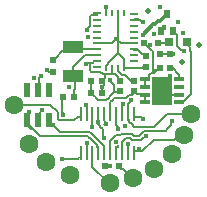
<source format=gtl>
%FSTAX23Y23*%
%MOIN*%
%SFA1B1*%

%IPPOS*%
%ADD15C,0.006000*%
%ADD16R,0.021650X0.021650*%
%ADD17R,0.033470X0.013780*%
%ADD18R,0.066930X0.096460*%
%ADD19R,0.018900X0.025390*%
%ADD20R,0.023620X0.047240*%
%ADD21R,0.070870X0.039370*%
%ADD22R,0.024410X0.023620*%
%ADD23R,0.023620X0.024410*%
%ADD24R,0.009840X0.047240*%
%ADD25R,0.026570X0.009840*%
%ADD26R,0.009840X0.022640*%
%ADD27R,0.021650X0.021650*%
%ADD28R,0.031500X0.031500*%
%ADD44C,0.008000*%
%ADD45C,0.012000*%
%ADD46C,0.019490*%
%ADD47C,0.017720*%
%ADD48C,0.062990*%
%LNkoosh_sd_card_base_v1_1-1*%
%LPD*%
G54D15*
X005Y00516D02*
Y00519D01*
X00497Y00512D02*
X005Y00516D01*
X00429Y00535D02*
X0043D01*
X00398Y00543D02*
X0042D01*
X00429Y00535*
X004Y00545D02*
X00416D01*
X00398Y00543D02*
X004Y00545D01*
X00359Y00231D02*
X0036Y00232D01*
Y00263D02*
X00361Y00264D01*
X0036Y00232D02*
Y00263D01*
X0028Y002D02*
X0028Y002D01*
Y00204*
X0028Y00197D02*
X00287Y0019D01*
X0028Y00197D02*
Y002D01*
X0026Y00186D02*
X0026Y00185D01*
X0026Y00231D02*
X0026Y00231D01*
X0026Y00186D02*
Y00231D01*
X00295Y00155D02*
X00298Y00151D01*
D01*
X00295Y00155D02*
Y00179D01*
X00287Y00187D02*
X00295Y00179D01*
X00287Y00187D02*
Y0019D01*
X0016Y00081D02*
X00196D01*
X00197Y0008*
X00212*
X00217Y00085*
X00145Y00213D02*
Y00235D01*
X0012Y0026D02*
X00145Y00235D01*
X00148Y0021D02*
X00155D01*
X00156Y00208*
X00198*
X00211Y00221*
X00382Y00027D02*
X00395D01*
X00348Y00055D02*
X00355Y00047D01*
X00362*
X00382Y00027*
X0026Y00054D02*
X00315Y0D01*
X0032*
X00497Y00512D02*
X00503D01*
X00485Y00428D02*
X0052D01*
X00014Y0026D02*
X0012D01*
X00145Y00213D02*
X00148Y0021D01*
X00221Y00223D02*
Y00231D01*
X00219Y00221D02*
X00221Y00223D01*
X00211Y00221D02*
X00219D01*
X0026Y00054D02*
Y00098D01*
G54D16*
X00302Y00055D03*
X00348D03*
X00352Y0034D03*
X00398D03*
X00432Y00466D03*
X00478D03*
X00352Y00305D03*
X00398D03*
G54D17*
X00435Y00345D03*
Y0032D03*
Y00294D03*
Y00268D03*
X0055D03*
Y00294D03*
Y0032D03*
Y00345D03*
G54D18*
X00492Y00307D03*
G54D19*
X0049Y00505D03*
X00529D03*
X0051Y00564D03*
G54D20*
X00042Y00309D03*
X0008D03*
X00117D03*
Y0021D03*
X0008D03*
X00042D03*
G54D21*
X00195Y00454D03*
Y00355D03*
G54D22*
X0013Y00371D03*
Y00408D03*
X0044Y00386D03*
Y00423D03*
G54D23*
X00256Y0034D03*
X00293D03*
X00161Y00285D03*
X00198D03*
X00256Y003D03*
X00293D03*
G54D24*
X00221Y00098D03*
Y00231D03*
X00241Y00098D03*
Y00231D03*
X0026Y00098D03*
Y00231D03*
X0028Y00098D03*
Y00231D03*
X003Y00098D03*
Y00231D03*
X00319Y00098D03*
Y00231D03*
X00339Y00098D03*
Y00231D03*
X00359Y00098D03*
Y00231D03*
X00378Y00098D03*
Y00231D03*
X00398Y00098D03*
Y00231D03*
G54D25*
X00275Y00386D03*
X00398Y00383D03*
Y00406D03*
Y00425D03*
Y00445D03*
Y00465D03*
Y00484D03*
Y00504D03*
Y00524D03*
Y00543D03*
Y00564D03*
X00275Y00566D03*
Y00543D03*
Y00524D03*
Y00504D03*
Y00484D03*
Y00465D03*
Y00445D03*
Y00425D03*
Y00406D03*
G54D26*
X00307Y00383D03*
X00327D03*
X00346D03*
X00366D03*
Y00566D03*
X00346D03*
X00327D03*
X00307D03*
G54D27*
X0052Y00428D03*
Y00382D03*
X00485Y00428D03*
Y00382D03*
G54D28*
X00574Y0047D03*
X00515D03*
G54D44*
X00345Y0018D02*
Y00185D01*
X00345Y00186*
X00354Y00162D02*
X00393D01*
X00352Y00161D02*
X00354Y00162D01*
X00339Y00161D02*
X00352D01*
X00319Y00141D02*
X00339Y00161D01*
X0045Y00458D02*
X00452Y0046D01*
X00325Y00465D02*
X0034Y0048D01*
X00345Y00485*
X00346Y00473D02*
Y00566D01*
X00449Y00449D02*
X00454Y00444D01*
X00432Y00466D02*
X00445Y00453D01*
X0045Y00449D02*
Y00458D01*
X00449Y00449D02*
X0045Y00449D01*
X0039Y00272D02*
Y00275D01*
X00379Y00234D02*
Y00256D01*
X0038Y00256*
X00378Y00232D02*
X00379Y00234D01*
X0038Y00256D02*
Y00262D01*
X0039Y00272*
X00372Y00284D02*
X00381Y00293D01*
X00391*
X00398Y003*
X00334Y00284D02*
X00372D01*
X00339Y00193D02*
X00345Y00186D01*
X00273Y00149D02*
X00299Y00124D01*
X00273Y00149D02*
D01*
X00257Y00165D02*
X00273Y00149D01*
X00251Y00151D02*
X00259Y00143D01*
D01*
X00275Y00127D01*
Y00121D02*
Y00127D01*
X00244Y00155D02*
X00248Y00151D01*
X00251*
X00254Y00165D02*
X00257D01*
X00249Y0017D02*
X00254Y00165D01*
X00243Y00132D02*
Y00133D01*
X00086Y00155D02*
X00244D01*
X00153Y0017D02*
X00249D01*
X00319Y00098D02*
Y00141D01*
X00241Y00098D02*
Y00135D01*
X00061Y0018D02*
X00086Y00155D01*
X00241Y00135D02*
X00243Y00133D01*
X0013Y00193D02*
X00153Y0017D01*
X00125Y00193D02*
X0013D01*
X00415Y00114D02*
X00416Y00113D01*
Y00106D02*
Y00113D01*
X00404Y00105D02*
X00415D01*
X00299Y00098D02*
Y00124D01*
X00161Y00228D02*
X00163Y00226D01*
X00399Y00187D02*
X00453D01*
X00392Y00195D02*
X00399Y00187D01*
X00392Y00195D02*
X00392D01*
X00383Y00204D02*
X00392Y00195D01*
X00383Y00204D02*
Y00208D01*
X00379Y00212D02*
X00383Y00208D01*
X004Y00218D02*
X00424D01*
X00399Y00217D02*
X004Y00218D01*
X00398Y00218D02*
X00399Y00217D01*
X00398Y00218D02*
Y00231D01*
X00372Y00148D02*
X00387D01*
X00359Y00136D02*
X00372Y00148D01*
X00378Y00128D02*
X0038Y0013D01*
X00421Y00143D02*
X00431Y00153D01*
X00393Y00143D02*
X00421D01*
X00387Y00148D02*
X00393Y00143D01*
X00415Y00157D02*
X00432Y00173D01*
X00399Y00157D02*
X00415D01*
X00393Y00162D02*
X00399Y00157D01*
X00438Y00153D02*
X0044Y00155D01*
X00278Y00276D02*
X00307D01*
X00271Y00283D02*
X00278Y00276D01*
X00271Y00283D02*
Y00287D01*
X00266Y00291D02*
X00271Y00287D01*
X00359Y00127D02*
Y00136D01*
X00257Y00558D02*
X00275D01*
X00426Y00106D02*
X00464Y00144D01*
X00431Y00153D02*
X00438D01*
X00415Y00105D02*
X00416Y00106D01*
X00279Y00098D02*
Y00117D01*
X00275Y00121D02*
X00279Y00117D01*
X00464Y00144D02*
X00533D01*
X00416Y00106D02*
X00426D01*
X00549Y0016D02*
X00553D01*
X00533Y00144D02*
X00549Y0016D01*
X0051Y00178D02*
Y0018D01*
X00432Y00173D02*
X00505D01*
X0051Y00178*
Y0023D02*
X00579D01*
X00467Y00187D02*
X0051Y0023D01*
X00453Y00187D02*
X00467D01*
X00523Y00193D02*
Y00203D01*
X00525Y00205*
X0051Y0018D02*
X00523Y00193D01*
X00542Y00456D02*
Y00492D01*
X00529Y00502D02*
Y00505D01*
Y00502D02*
X00535Y00496D01*
X00538*
X00542Y00492*
Y00456D02*
X00554Y00444D01*
X00556D02*
X00562Y00438D01*
X00564*
X00554Y00444D02*
X00556D01*
X0057Y00463D02*
Y00474D01*
X00584Y0044D02*
X00589Y00435D01*
X00584Y0044D02*
Y00452D01*
X00573Y00463D02*
X00584Y00452D01*
X0057Y00463D02*
X00573D01*
X00576Y00284D02*
X00589Y00297D01*
X00567Y00273D02*
X00576Y00283D01*
Y00284*
X00554Y00273D02*
X00567D01*
X00589Y00297D02*
Y00435D01*
X00478Y00466D02*
X0048Y00465D01*
X00507*
X00454Y00444D02*
X00456D01*
X00462Y00439*
Y00373D02*
Y00439D01*
X00513Y0035D02*
X00517D01*
X00518Y00351D02*
Y00356D01*
X00517Y0035D02*
X00518Y00351D01*
X00398Y00445D02*
X00399Y00444D01*
X00412*
X00425Y0043*
X00431*
X00433Y00422D02*
Y00428D01*
X00431Y0043D02*
X00433Y00428D01*
X00398Y00384D02*
X00427D01*
X00398Y00383D02*
X00398Y00384D01*
X00427D02*
X00438Y00395D01*
X00366Y00383D02*
X00398D01*
X00462Y00373D02*
X00467Y00377D01*
X00448Y00347D02*
X00449Y00348D01*
X00476Y00375D02*
X00478D01*
X00466Y00365D02*
X00476Y00375D01*
X00449Y00359D02*
X00455Y00365D01*
X00466*
X00449Y00348D02*
Y00359D01*
X00478Y00375D02*
Y00377D01*
X00467D02*
X00478D01*
X00255Y00398D02*
X00257Y00401D01*
X00252Y00395D02*
X00255Y00398D01*
X00238Y00396D02*
X0024Y00398D01*
X00255*
X00195Y00355D02*
Y00385D01*
X00235Y00425*
X00274*
X00241Y00508D02*
X00245D01*
X00241Y00513D02*
X00252Y00524D01*
X00378Y00098D02*
Y00128D01*
X00399Y0011D02*
X00404Y00105D01*
X00378Y00232D02*
X00379Y00231D01*
X00398Y00302D02*
X00401D01*
X00408Y00295D02*
X00435D01*
X00435Y00294*
X00401Y00302D02*
X00408Y00295D01*
X00293Y00318D02*
X00293Y00318D01*
X00293Y003D02*
Y00318D01*
X00241Y00098D02*
X00241Y00098D01*
X00301Y00362D02*
X00316D01*
X00298D02*
X00301D01*
X0032Y00338D02*
Y00343D01*
X00301Y00351D02*
X00301Y00352D01*
X00301Y00348D02*
Y00351D01*
X00293Y0034D02*
X00301Y00348D01*
X00316Y00362D02*
X00318Y00364D01*
X00301Y00352D02*
Y00362D01*
X0032Y00338D02*
X00331Y00327D01*
X00293Y0034D02*
Y0034D01*
X00318Y00364D02*
X00327D01*
X00335*
X00345Y00354*
Y00346D02*
X00352Y0034D01*
X00345Y00346D02*
Y00354D01*
X00359Y0036D02*
X00366D01*
X00357Y00362D02*
X00359Y0036D01*
X00357Y00362D02*
D01*
X00347Y00372D02*
X00357Y00362D01*
X00346Y00383D02*
X00347Y00383D01*
Y00372D02*
Y00383D01*
X00388Y00341D02*
X00391D01*
X0037Y00359D02*
X00388Y00341D01*
X00368Y00359D02*
X0037D01*
X00366Y0036D02*
X00368Y00359D01*
X00391Y00341D02*
X00398Y00335D01*
X00287Y00371D02*
X00294Y00364D01*
X00296*
X00298Y00362*
X00327Y00364D02*
Y00383D01*
X003Y00325D02*
Y00333D01*
X00115Y0037D02*
X0013D01*
X0011Y00375D02*
X00115Y0037D01*
X0013D02*
Y00371D01*
X00379Y00212D02*
Y00231D01*
X00378Y00098D02*
X00378Y00098D01*
X00424Y00218D02*
X0043Y00212D01*
X00087Y00218D02*
Y00235D01*
X00091Y00239*
Y00242*
X00359Y00119D02*
Y00127D01*
X0005Y00191D02*
Y00235D01*
Y00187D02*
Y00191D01*
X00057Y0018D02*
X00061D01*
X0005Y00187D02*
X00057Y0018D01*
X00058Y00183D02*
X00061Y0018D01*
X00328Y00277D02*
Y00278D01*
X00314Y00284D02*
X00319Y00289D01*
X00314Y00283D02*
Y00284D01*
X00328Y00278D02*
X00334Y00284D01*
X0032Y00269D02*
X00328Y00277D01*
X0032Y00232D02*
Y00269D01*
X00307Y00276D02*
X00314Y00283D01*
X00319Y00289D02*
Y00289D01*
X00117Y00201D02*
Y0021D01*
Y00201D02*
X00125Y00193D01*
X00058Y00183D02*
Y00186D01*
X00331Y00302D02*
Y00327D01*
Y00302D02*
X00331Y00302D01*
X00319Y00289D02*
X00331Y00302D01*
X00256Y00299D02*
X00264Y00291D01*
X00266*
X00256Y00299D02*
Y003D01*
Y0034*
X00331Y00302D02*
X00352D01*
X00293Y0034D02*
X003Y00333D01*
X00257Y00401D02*
X00262D01*
X00267Y00406*
X00252Y00377D02*
Y00395D01*
X00267Y00406D02*
X00275D01*
X00257Y00371D02*
X00287D01*
X00252Y00377D02*
X00257Y00371D01*
X00198Y00285D02*
Y00308D01*
X00192Y00357D02*
X00202Y00347D01*
X00198Y00308D02*
X00202Y00313D01*
Y00347*
X00161Y00228D02*
Y00234D01*
X0016Y00236D02*
X00161Y00234D01*
X0016Y00236D02*
Y00265D01*
X0016Y00283D02*
X00161Y00285D01*
X0016Y00265D02*
Y00283D01*
X0016Y00265D02*
X0016Y00265D01*
X00398Y00109D02*
X00399Y0011D01*
X00492Y00307D02*
Y00332D01*
X00083Y00313D02*
Y00348D01*
X0008Y00309D02*
X00083Y00313D01*
Y00348D02*
X0009Y00355D01*
X0008Y0021D02*
X00087Y00218D01*
X00359Y00119D02*
X0036Y00118D01*
X00359Y00098D02*
Y00116D01*
X0036Y00118*
X00302Y00197D02*
Y00207D01*
X003Y00195D02*
X00302Y00197D01*
X00275Y00558D02*
Y00566D01*
X00252Y00552D02*
X00257Y00558D01*
X00252Y00534D02*
Y00552D01*
Y00534D02*
X00252Y00534D01*
X00252Y00533D02*
X00252Y00534D01*
X00252Y00524D02*
Y00533D01*
X00306Y00566D02*
X00307Y00566D01*
X00306Y00566D02*
Y00585D01*
X00305Y00586D02*
X00306Y00585D01*
X00339Y00098D02*
Y00116D01*
X00344Y00121*
Y00125*
X00339Y00193D02*
Y00231D01*
X00279Y00098D02*
X0028Y00098D01*
X00299Y00098D02*
X003Y00098D01*
X00366Y00383D02*
Y00414D01*
X00346Y00434D02*
X00366Y00414D01*
X00346Y00473D02*
X00354Y00465D01*
X00346Y00434D02*
Y00473D01*
X00312Y00399D02*
X00346Y00434D01*
X00312Y00395D02*
Y00399D01*
X00307Y0039D02*
X00312Y00395D01*
X00307Y00383D02*
Y0039D01*
X00354Y00465D02*
X00398D01*
X00275D02*
X00325D01*
X00319Y00231D02*
X0032Y00232D01*
X00435Y00268D02*
Y00294D01*
X00186Y00445D02*
X00275D01*
X0018D02*
X00186D01*
X00195Y00454*
X00179Y00438D02*
X00186Y00445D01*
X0016Y00438D02*
X00179D01*
X00138Y00416D02*
X0016Y00438D01*
X00138Y00415D02*
Y00416D01*
X0013Y00408D02*
X00138Y00415D01*
X0013Y00408D02*
X0013D01*
X00274Y00425D02*
X00275Y00425D01*
X00053Y00191D02*
X00058Y00186D01*
X00042Y00198D02*
X0005Y00191D01*
X00053*
X00042Y00198D02*
Y0021D01*
X00552Y0035D02*
X00554D01*
X0055Y00353D02*
X00552Y0035D01*
X0055Y00353D02*
Y0036D01*
X00521Y00385D02*
X00524D01*
X0055Y0036*
X00435Y0032D02*
Y00345D01*
X00505Y00294D02*
X0055D01*
X00492Y00307D02*
X00505Y00294D01*
G54D45*
X00429Y00494D02*
D01*
X00485Y00539D02*
X00501Y00555D01*
X00479Y00539D02*
X00485D01*
X00468Y00528D02*
X00479Y00539D01*
X00463Y00528D02*
X00468D01*
X00429Y00494D02*
X00463Y00528D01*
X00504Y00555D02*
X0051Y00561D01*
X00501Y00555D02*
X00504D01*
X0051Y00561D02*
Y00564D01*
G54D46*
X00616Y0046D03*
X0056Y00403D03*
X00446Y00573D03*
G54D47*
X00345Y0018D03*
X00485Y00585D03*
X00545Y00535D03*
X005Y00519D03*
X00452Y0046D03*
X00465Y00495D03*
X00429Y00494D03*
X0034Y0048D03*
X0043Y00535D03*
X00361Y00264D03*
X0039Y00275D03*
X0034Y00135D03*
X0037Y0019D03*
X0028Y00204D03*
X0026Y00185D03*
X00305Y00197D03*
X00298Y00151D03*
X00243Y00132D03*
X0016Y00081D03*
X00415Y00114D03*
X00163Y00226D03*
X0038Y0013D03*
X0024Y00261D03*
X0044Y00155D03*
X00318Y00057D03*
X00525Y00205D03*
X00561Y005D03*
X00564Y00438D03*
X00518Y00356D03*
X00238Y00396D03*
X00241Y00508D03*
X0053Y0043D03*
X00293Y00318D03*
X0032Y00343D03*
X00245Y00485D03*
X0011Y00375D03*
X0043Y00212D03*
X00091Y00242D03*
X0013Y00193D03*
X0005Y00235D03*
X00183Y00321D03*
X00065Y0035D03*
X0009Y00355D03*
X00305Y00586D03*
G54D48*
X0059Y0023D03*
X00565Y0016D03*
X0032Y0D03*
X00465Y00045D03*
X0Y0026D03*
X00185Y00025D03*
X00105Y0007D03*
X00525Y00095D03*
X0005Y0013D03*
X00395Y00015D03*
M02*
</source>
